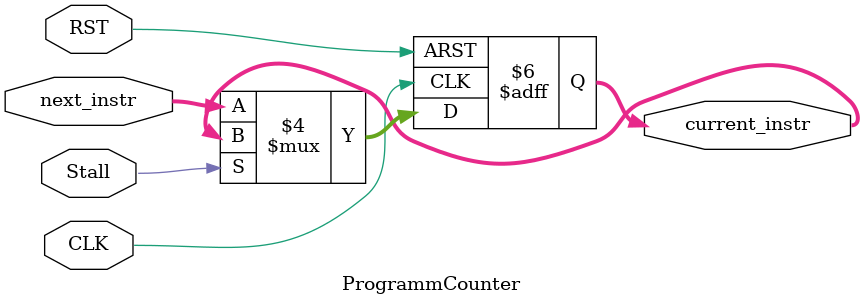
<source format=v>
module ProgrammCounter #(
    parameter  PC_width = 'd32
) (
    input wire [PC_width-1:0]   next_instr,
    input wire                  CLK,
    input wire                  RST,
    input wire                  Stall,
    output reg [PC_width-1:0]   current_instr
);

/*
Program counter is a 32-bit register, its output is the address of the current 
instruction and its input is the address of the next instruction
*/

always @(posedge CLK or negedge RST) begin
    //Asynchronous Reset
    if(!RST) begin
       current_instr <= 'b0; 
    end

    else if(!Stall) begin
        current_instr <= next_instr;
    end   
end    
endmodule
</source>
